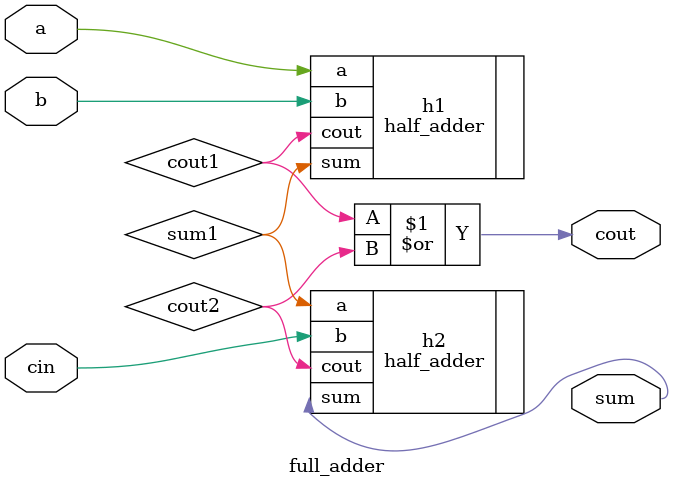
<source format=v>
module full_adder(
	input	a,
	input	b,
	input	cin,
	output	sum,
	output	cout
	);
	
	wire sum1, cout1, cout2;

	half_adder h1(.a(a), .b(b), .sum(sum1), .cout(cout1));
	half_adder h2(.a(sum1), .b(cin), .sum(sum),  .cout(cout2));

	assign cout = cout1|cout2;

endmodule
</source>
